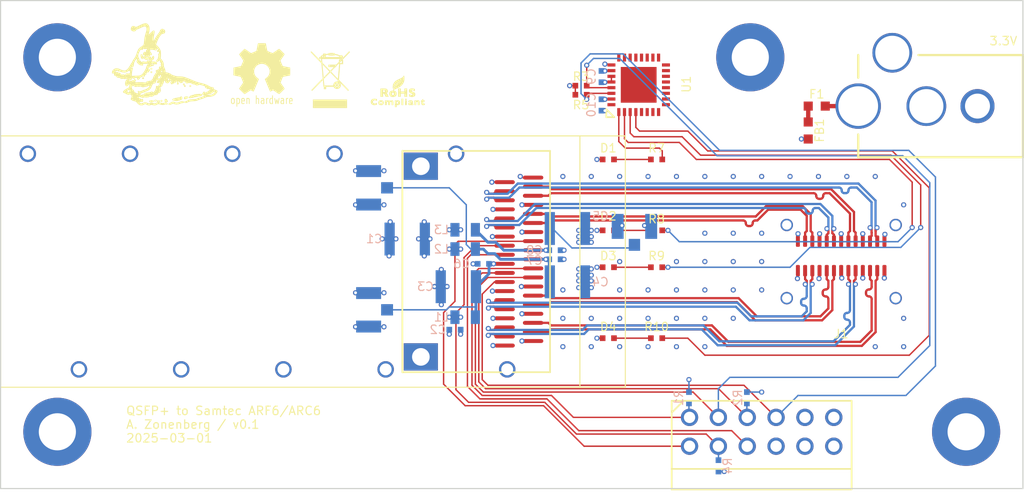
<source format=kicad_pcb>
(kicad_pcb (version 20240108) (generator "pcbnew") (generator_version "8.0")
  (layers (0 "F.Cu" signal) (1 "In1.Cu" signal) (2 "In2.Cu" signal) (31 "B.Cu" signal) (34 "B.Paste" user) (35 "F.Paste" user) (36 "B.SilkS" user "B.Silkscreen") (37 "F.SilkS" user "F.Silkscreen") (38 "B.Mask" user) (39 "F.Mask" user) (44 "Edge.Cuts" user))
  (net 0 "")
  (net 1 "/3V3")
  (net 2 "/GND")
  (net 3 "/QSFP_VCCRX")
  (net 4 "/QSFP_VCCTX")
  (net 5 "/QSFP_VCC1")
  (net 6 "Net-(J4-PWR)")
  (net 7 "Net-(F1-Pad2)")
  (net 8 "/QSFP28A_RX4_N")
  (net 9 "/QSFP28A_TX2_P")
  (net 10 "/QSFP28A_RX3_P")
  (net 11 "/QSFP28A_RX2_N")
  (net 12 "/QSFP28A_RX3_N")
  (net 13 "/QSFP28A_TX4_N")
  (net 14 "/QSFP28A_TX1_P")
  (net 15 "/QSFP28A_RX2_P")
  (net 16 "/QSFP28A_TX2_N")
  (net 17 "/QSFP28A_TX3_P")
  (net 18 "/QSFP28A_RX4_P")
  (net 19 "/QSFP28A_RX1_N")
  (net 20 "/QSFP28A_RX1_P")
  (net 21 "/QSFP28A_TX3_N")
  (net 22 "/QSFP28A_TX1_N")
  (net 23 "/QSFP28A_TX4_P")
  (net 24 "/QSFP_LP_MODE")
  (net 25 "/QSFP_MODPRS_N")
  (net 26 "/QSFP_RST_N")
  (net 27 "/QSFP_MODSEL_N")
  (net 28 "/I2C_SCL")
  (net 29 "/I2C_SDA")
  (net 30 "/QSFP_INT_N")
  (net 39 "Net-(D1-A)")
  (net 40 "Net-(D2-A)")
  (net 41 "Net-(D3-A)")
  (net 42 "Net-(D4-A)")
  (net 43 "/LED0_P")
  (net 44 "/LED1_P")
  (net 45 "/LED2_P")
  (net 46 "/LED3_P")
  (footprint "azonenberg_pcb:CONN_ZQSFP+_TE_1551920-2" (layer "F.Cu") (at 85 65 -90)
    (property "Reference" "J2" (hide yes))
    (property "Value" "CONN_QSFP_HOST" (hide yes))
  )
  (footprint "azonenberg_pcb:EIA_0402_RES_NOSILK" (layer "F.Cu") (at 105.75 65.5 180)
    (property "Reference" "R9")
    (property "Value" "33K" (hide yes))
  )
  (footprint "azonenberg_pcb:EIA_0603_INDUCTOR_NOSILK" (layer "F.Cu") (at 119.1 53.45 90)
    (property "Reference" "FB1")
    (property "Value" "MI0603J601R-10" (hide yes))
  )
  (footprint "azonenberg_pcb:MECHANICAL_CLEARANCEHOLE_4_40" (layer "F.Cu") (at 53 80)
    (property "Reference" "M4" (hide yes))
    (property "Value" "SCREWHOLE" (hide yes))
  )
  (footprint "azonenberg_pcb:EIA_0402_LED" (layer "F.Cu") (at 101.5 71.75)
    (property "Reference" "D4")
    (property "Value" "GREEN" (hide yes))
  )
  (footprint "azonenberg_pcb:MECHANICAL_CLEARANCEHOLE_4_40" (layer "F.Cu") (at 53 47)
    (property "Reference" "M1" (hide yes))
    (property "Value" "SCREWHOLE" (hide yes))
  )
  (footprint "azonenberg_pcb:EIA_0402_RES_NOSILK" (layer "F.Cu") (at 105.75 56 180)
    (property "Reference" "R7")
    (property "Value" "33K" (hide yes))
  )
  (footprint "azonenberg_pcb:MECHANICAL_CLEARANCEHOLE_4_40" (layer "F.Cu") (at 133 80)
    (property "Reference" "M3" (hide yes))
    (property "Value" "SCREWHOLE" (hide yes))
  )
  (footprint "azonenberg_pcb:CONN_HEADER_2.54MM_2x6_RA_PMOD_MODULE" (layer "F.Cu") (at 115 80)
    (property "Reference" "J5" (hide yes))
    (property "Value" "PMOD_DEVICE" (hide yes))
  )
  (footprint "azonenberg_pcb:EIA_0402_RES_NOSILK" (layer "F.Cu") (at 105.75 71.75 180)
    (property "Reference" "R10")
    (property "Value" "33K" (hide yes))
  )
  (footprint "w_logo:Logo_silk_WEEE_3.4x5mm" (layer "F.Cu") (at 77 49)
    (property "Reference" "M8" (hide yes))
    (property "Value" "LOGO" (hide yes))
  )
  (footprint "azonenberg_pcb:EIA_0402_RES_NOSILK" (layer "F.Cu") (at 99.1 49.5 180)
    (property "Reference" "R3")
    (property "Value" "4.7K" (hide yes))
  )
  (footprint "azonenberg_pcb:EIA_0402_LED" (layer "F.Cu") (at 101.5 65.5)
    (property "Reference" "D3")
    (property "Value" "GREEN" (hide yes))
  )
  (footprint "azonenberg_pcb:CONN_SAMTEC_ARF6-08-S-D-A-K-TR" (layer "F.Cu") (at 122 64.5)
    (property "Reference" "J1")
    (property "Value" "ARF6-08-S-D-A-K-TR" (hide yes))
  )
  (footprint "azonenberg_pcb:QFN_32_0.5MM_5x5MM" (layer "F.Cu") (at 104.175 49.425 90)
    (property "Reference" "U1")
    (property "Value" "TCA6424A" (hide yes))
  )
  (footprint "azonenberg_pcb:LONGTHING-1200DPI" (layer "F.Cu") (at 63 48)
    (property "Reference" "M5" (hide yes))
    (property "Value" "LOGO" (hide yes))
  )
  (footprint "azonenberg_pcb:EIA_0402_LED" (layer "F.Cu") (at 101.5 56)
    (property "Reference" "D1")
    (property "Value" "GREEN" (hide yes))
  )
  (footprint "azonenberg_pcb:EIA_0603_CAP_NOSILK" (layer "F.Cu") (at 119.85 51.3 180)
    (property "Reference" "F1")
    (property "Value" "2A" (hide yes))
  )
  (footprint "azonenberg_pcb:EIA_0402_RES_NOSILK" (layer "F.Cu") (at 105.75 62.25 180)
    (property "Reference" "R8")
    (property "Value" "33K" (hide yes))
  )
  (footprint "azonenberg_pcb:MECHANICAL_CLEARANCEHOLE_4_40" (layer "F.Cu") (at 114 47)
    (property "Reference" "M2" (hide yes))
    (property "Value" "SCREWHOLE" (hide yes))
  )
  (footprint "azonenberg_pcb:EIA_0402_LED" (layer "F.Cu") (at 101.5 62.25)
    (property "Reference" "D2")
    (property "Value" "GREEN" (hide yes))
  )
  (footprint "azonenberg_pcb:EIA_0402_RES_NOSILK" (layer "F.Cu") (at 99.1 50.3 180)
    (property "Reference" "R5")
    (property "Value" "4.7K" (hide yes))
  )
  (footprint "azonenberg_pcb:CONN_ZQSFP+_CAGE_TE_4-2170705-5" (layer "F.Cu") (at 85 65 -90)
    (property "Reference" "J3" (hide yes))
    (property "Value" "QSFP_CAGE" (hide yes))
  )
  (footprint "w_logo:Logo_silk_ROHS_5x2.8mm" (layer "F.Cu") (at 83 50)
    (property "Reference" "M6" (hide yes))
    (property "Value" "LOGO" (hide yes))
  )
  (footprint "w_logo:Logo_silk_OSHW_6x6mm" (layer "F.Cu") (at 71 48)
    (property "Reference" "M7" (hide yes))
    (property "Value" "LOGO" (hide yes))
  )
  (footprint "azonenberg_pcb:CONN_CUI_PJ-058BH_HIPWR_BARREL_NOSLOT" (layer "F.Cu") (at 129.999999 51.3 180)
    (property "Reference" "J4" (hide yes))
    (property "Value" "BARREL_JACK" (hide yes))
  )
  (footprint "azonenberg_pcb:EIA_0402_CAP_NOSILK" (layer "B.Cu") (at 96.8 64)
    (property "Reference" "C8")
    (property "Value" "0.1 uF" (hide yes))
  )
  (footprint "azonenberg_pcb:EIA_0402_CAP_NOSILK" (layer "B.Cu") (at 96.8 64.8)
    (property "Reference" "C7")
    (property "Value" "0.1 uF" (hide yes))
  )
  (footprint "azonenberg_pcb:EIA_0402_CAP_NOSILK" (layer "B.Cu") (at 100.9 48.7 90)
    (property "Reference" "C9")
    (property "Value" "0.47 uF" (hide yes))
  )
  (footprint "azonenberg_pcb:EIA_1210_CAP_NOSILK" (layer "B.Cu") (at 88.3 67.2 180)
    (property "Reference" "C3")
    (property "Value" "22 uF" (hide yes))
  )
  (footprint "azonenberg_pcb:EIA_0805_INDUCTOR_NOSILK" (layer "B.Cu") (at 88.9 63.9 180)
    (property "Reference" "L2")
    (property "Value" "1 uH" (hide yes))
  )
  (footprint "azonenberg_pcb:EIA_0805_INDUCTOR_NOSILK" (layer "B.Cu") (at 88.9 69.9 180)
    (property "Reference" "L1")
    (property "Value" "1 uH" (hide yes))
  )
  (footprint "azonenberg_pcb:EIA_0805_INDUCTOR_NOSILK" (layer "B.Cu") (at 88.9 62.2 180)
    (property "Reference" "L3")
    (property "Value" "1 uH" (hide yes))
  )
  (footprint "azonenberg_pcb:CONN_U.FL_TE_1909763-1" (layer "B.Cu") (at 80.5 69.25 -90)
    (property "Reference" "TP1" (hide yes))
    (property "Value" "U.FL" (hide yes))
  )
  (footprint "azonenberg_pcb:CONN_U.FL_TE_1909763-1" (layer "B.Cu") (at 80.5 58.5 -90)
    (property "Reference" "TP2" (hide yes))
    (property "Value" "U.FL" (hide yes))
  )
  (footprint "azonenberg_pcb:EIA_0402_RES_NOSILK" (layer "B.Cu") (at 113.7 77 90)
    (property "Reference" "R2")
    (property "Value" "10K" (hide yes))
  )
  (footprint "azonenberg_pcb:EIA_0402_RES_NOSILK" (layer "B.Cu") (at 111.2 83 -90)
    (property "Reference" "R4")
    (property "Value" "10K" (hide yes))
  )
  (footprint "azonenberg_pcb:EIA_0402_CAP_NOSILK" (layer "B.Cu") (at 100.9 51.2 -90)
    (property "Reference" "C10")
    (property "Value" "0.47 uF" (hide yes))
  )
  (footprint "azonenberg_pcb:EIA_0402_RES_NOSILK" (layer "B.Cu") (at 108.6 77 90)
    (property "Reference" "R1")
    (property "Value" "10K" (hide yes))
  )
  (footprint "azonenberg_pcb:EIA_1210_CAP_NOSILK" (layer "B.Cu") (at 83.8 63 180)
    (property "Reference" "C1")
    (property "Value" "22 uF" (hide yes))
  )
  (footprint "azonenberg_pcb:EIA_0402_CAP_NOSILK" (layer "B.Cu") (at 90.499999 65.2 180)
    (property "Reference" "C6")
    (property "Value" "0.1 uF" (hide yes))
  )
  (footprint "azonenberg_pcb:CONN_U.FL_TE_1909763-1" (layer "B.Cu") (at 103.8 62 180)
    (property "Reference" "TP3" (hide yes))
    (property "Value" "U.FL" (hide yes))
  )
  (footprint "azonenberg_pcb:EIA_1210_CAP_NOSILK" (layer "B.Cu") (at 97.9 62.1)
    (property "Reference" "C5")
    (property "Value" "22 uF" (hide yes))
  )
  (footprint "azonenberg_pcb:EIA_0402_CAP_NOSILK" (layer "B.Cu") (at 88 71 180)
    (property "Reference" "C2")
    (property "Value" "0.1 uF" (hide yes))
  )
  (footprint "azonenberg_pcb:EIA_1210_CAP_NOSILK" (layer "B.Cu") (at 97.9 66.8)
    (property "Reference" "C4")
    (property "Value" "22 uF" (hide yes))
  )
  (gr_line (start 48 42) (end 48 85) (stroke (width 0.1)) (layer "Edge.Cuts"))
  (gr_line (start 138 42) (end 48 42) (stroke (width 0.1)) (layer "Edge.Cuts"))
  (gr_line (start 48 85) (end 138 85) (stroke (width 0.1)) (layer "Edge.Cuts"))
  (gr_line (start 138 85) (end 138 42) (stroke (width 0.1)) (layer "Edge.Cuts"))
  (gr_text "3.3V" (at 135 46 0) (layer "F.SilkS") (effects (font (size 0.75 0.75) (thickness 0.1)) (justify left bottom)))
  (gr_text "QSFP+ to Samtec ARF6/ARC6\nA. Zonenberg / v0.1\n2025-03-01" (at 59 81 0) (layer "F.SilkS") (effects (font (size 0.75 0.75) (thickness 0.1)) (justify left bottom)))
  (segment (start 101.775 49.175) (end 101.225 49.175) (width 0.125) (layer "F.Cu") (net 1))
  (segment (start 101.775 48.675) (end 101.775 49.175) (width 0.125) (layer "F.Cu") (net 1))
  (segment (start 98.600001 49.5) (end 98.1 49.5) (width 0.125) (layer "F.Cu") (net 1))
  (segment (start 119.1 54.2) (end 118.5 54.2) (width 0.125) (layer "F.Cu") (net 1))
  (segment (start 98.600001 50.3) (end 98.600001 49.5) (width 0.125) (layer "F.Cu") (net 1))
  (segment (start 101.2 50.7) (end 101.75 50.7) (width 0.125) (layer "F.Cu") (net 1))
  (segment (start 101.225 49.175) (end 101.2 49.2) (width 0.125) (layer "F.Cu") (net 1))
  (via (at 84.8 63) (size 0.45) (drill 0.25) (layers "F.Cu" "B.Cu") (net 1))
  (via (at 87.5 69.9) (size 0.45) (drill 0.25) (layers "F.Cu" "B.Cu") (net 1))
  (via (at 85.3 61.5) (size 0.45) (drill 0.25) (layers "F.Cu" "B.Cu") (net 1))
  (via (at 88.5 63.9) (size 0.45) (drill 0.25) (layers "F.Cu" "B.Cu") (net 1))
  (via (at 87.5 63.9) (size 0.45) (drill 0.25) (layers "F.Cu" "B.Cu") (net 1))
  (via (at 101.2 49.2) (size 0.45) (drill 0.25) (layers "F.Cu" "B.Cu") (net 1))
  (via (at 88.5 69.9) (size 0.45) (drill 0.25) (layers "F.Cu" "B.Cu") (net 1))
  (via (at 111.7 83.5) (size 0.45) (drill 0.25) (layers "F.Cu" "B.Cu") (net 1))
  (via (at 115 76.5) (size 0.45) (drill 0.25) (layers "F.Cu" "B.Cu") (net 1))
  (via (at 88.5 62.2) (size 0.45) (drill 0.25) (layers "F.Cu" "B.Cu") (net 1))
  (via (at 87.5 62.2) (size 0.45) (drill 0.25) (layers "F.Cu" "B.Cu") (net 1))
  (via (at 108.6 75.4) (size 0.45) (drill 0.25) (layers "F.Cu" "B.Cu") (net 1))
  (via (at 88.5 71.4) (size 0.45) (drill 0.25) (layers "F.Cu" "B.Cu") (net 1))
  (via (at 85.3 64.5) (size 0.45) (drill 0.25) (layers "F.Cu" "B.Cu") (net 1))
  (via (at 98.1 49.5) (size 0.45) (drill 0.25) (layers "F.Cu" "B.Cu") (net 1))
  (via (at 101.2 50.7) (size 0.45) (drill 0.25) (layers "F.Cu" "B.Cu") (net 1))
  (via (at 85.8 63) (size 0.45) (drill 0.25) (layers "F.Cu" "B.Cu") (net 1))
  (via (at 118.5 54.2) (size 0.45) (drill 0.25) (layers "F.Cu" "B.Cu") (net 1))
  (segment (start 114.999999 76.500001) (end 115 76.5) (width 0.125) (layer "B.Cu") (net 1))
  (segment (start 88 69.9) (end 87.5 69.9) (width 0.125) (layer "B.Cu") (net 1))
  (segment (start 85.35 61.55) (end 85.3 61.5) (width 0.125) (layer "B.Cu") (net 1))
  (segment (start 85.35 64.45) (end 85.3 64.5) (width 0.125) (layer "B.Cu") (net 1))
  (segment (start 88.5 69.9) (end 88 69.9) (width 0.125) (layer "B.Cu") (net 1))
  (segment (start 108.6 76.500001) (end 108.6 75.4) (width 0.125) (layer "B.Cu") (net 1))
  (segment (start 88 62.2) (end 87.5 62.2) (width 0.125) (layer "B.Cu") (net 1))
  (segment (start 88.5 71) (end 88.5 71.4) (width 0.125) (layer "B.Cu") (net 1))
  (segment (start 85.35 63.01493) (end 85.35 61.55) (width 0.125) (layer "B.Cu") (net 1))
  (segment (start 87.5 63.9) (end 88 63.9) (width 0.125) (layer "B.Cu") (net 1))
  (segment (start 88 63.9) (end 88.5 63.9) (width 0.125) (layer "B.Cu") (net 1))
  (segment (start 85.35 63.01493) (end 84.81493 63.01493) (width 0.125) (layer "B.Cu") (net 1))
  (segment (start 111.7 83.5) (end 111.200001 83.5) (width 0.125) (layer "B.Cu") (net 1))
  (segment (start 84.81493 63.01493) (end 84.8 63) (width 0.125) (layer "B.Cu") (net 1))
  (segment (start 85.35 63.01493) (end 85.78507 63.01493) (width 0.125) (layer "B.Cu") (net 1))
  (segment (start 88 62.2) (end 88.5 62.2) (width 0.125) (layer "B.Cu") (net 1))
  (segment (start 113.7 76.500001) (end 114.999999 76.500001) (width 0.125) (layer "B.Cu") (net 1))
  (segment (start 85.35 63.01493) (end 85.35 64.45) (width 0.125) (layer "B.Cu") (net 1))
  (segment (start 85.78507 63.01493) (end 85.8 63) (width 0.125) (layer "B.Cu") (net 1))
  (segment (start 91.300001 67.600001) (end 91.3 67.6) (width 0.125) (layer "F.Cu") (net 2))
  (segment (start 93.9 72) (end 94.879999 72) (width 0.125) (layer "F.Cu") (net 2))
  (segment (start 101 71.75) (end 100.5 71.75) (width 0.125) (layer "F.Cu") (net 2))
  (segment (start 123.905 63.2) (end 123.905 62.555) (width 0.125) (layer "F.Cu") (net 2))
  (segment (start 125.81 66.44) (end 125.8 66.45) (width 0.125) (layer "F.Cu") (net 2))
  (segment (start 120.095 66.455) (end 120.05 66.5) (width 0.125) (layer "F.Cu") (net 2))
  (segment (start 118.2 62.55) (end 118.2 63.19) (width 0.125) (layer "F.Cu") (net 2))
  (segment (start 92.37 60.4) (end 91.35 60.4) (width 0.125) (layer "F.Cu") (net 2))
  (segment (start 94.88 62.399999) (end 93.900001 62.399999) (width 0.125) (layer "F.Cu") (net 2))
  (segment (start 92.37 70) (end 91.35 70) (width 0.125) (layer "F.Cu") (net 2))
  (segment (start 125.81 63.2) (end 125.81 62.64) (width 0.125) (layer "F.Cu") (net 2))
  (segment (start 94.88 67.2) (end 93.85 67.2) (width 0.125) (layer "F.Cu") (net 2))
  (segment (start 93.85 57.6) (end 93.75 57.5) (width 0.125) (layer "F.Cu") (net 2))
  (segment (start 91.35 72.4) (end 92.37 72.4) (width 0.125) (layer "F.Cu") (net 2))
  (segment (start 125.81 62.64) (end 125.85 62.6) (width 0.125) (layer "F.Cu") (net 2))
  (segment (start 101.2 47.6) (end 101.7 47.6) (width 0.125) (layer "F.Cu") (net 2))
  (segment (start 101 62.25) (end 100.5 62.25) (width 0.125) (layer "F.Cu") (net 2))
  (segment (start 123.905 65.8) (end 123.905 66.445) (width 0.125) (layer "F.Cu") (net 2))
  (segment (start 94.88 69.6) (end 93.9 69.6) (width 0.125) (layer "F.Cu") (net 2))
  (segment (start 94.88 60) (end 93.9 60) (width 0.125) (layer "F.Cu") (net 2))
  (segment (start 101 65.5) (end 100.5 65.5) (width 0.125) (layer "F.Cu") (net 2))
  (segment (start 101.775 48.175) (end 101.225 48.175) (width 0.125) (layer "F.Cu") (net 2))
  (segment (start 93.900001 62.399999) (end 93.9 62.4) (width 0.125) (layer "F.Cu") (net 2))
  (segment (start 123.905 66.445) (end 123.9 66.45) (width 0.125) (layer "F.Cu") (net 2))
  (segment (start 123.905 62.555) (end 123.9 62.55) (width 0.125) (layer "F.Cu") (net 2))
  (segment (start 101 56) (end 100.5 56) (width 0.125) (layer "F.Cu") (net 2))
  (segment (start 92.37 62.8) (end 91.3 62.8) (width 0.125) (layer "F.Cu") (net 2))
  (segment (start 120.1 62.55) (end 120.1 63.195) (width 0.125) (layer "F.Cu") (net 2))
  (segment (start 122 66.4) (end 122.05 66.45) (width 0.125) (layer "F.Cu") (net 2))
  (segment (start 125.81 65.8) (end 125.81 66.44) (width 0.125) (layer "F.Cu") (net 2))
  (segment (start 118.19 65.8) (end 118.19 66.46) (width 0.125) (layer "F.Cu") (net 2))
  (segment (start 101.225 48.175) (end 101.2 48.2) (width 0.125) (layer "F.Cu") (net 2))
  (segment (start 94.88 57.6) (end 93.85 57.6) (width 0.125) (layer "F.Cu") (net 2))
  (segment (start 122 65.8) (end 122 66.4) (width 0.125) (layer "F.Cu") (net 2))
  (segment (start 118.19 66.46) (end 118.15 66.5) (width 0.125) (layer "F.Cu") (net 2))
  (segment (start 92.37 58.000001) (end 91.250001 58.000001) (width 0.125) (layer "F.Cu") (net 2))
  (segment (start 92.37 67.600001) (end 91.300001 67.600001) (width 0.125) (layer "F.Cu") (net 2))
  (segment (start 122 62.55) (end 122 63.2) (width 0.125) (layer "F.Cu") (net 2))
  (segment (start 120.095 65.8) (end 120.095 66.455) (width 0.125) (layer "F.Cu") (net 2))
  (segment (start 91.250001 58.000001) (end 91.25 58) (width 0.125) (layer "F.Cu") (net 2))
  (via (at 127.5 60) (size 0.45) (drill 0.25) (layers "F.Cu" "B.Cu") (net 2))
  (via (at 125.8 66.45) (size 0.45) (drill 0.25) (layers "F.Cu" "B.Cu") (net 2))
  (via (at 123.9 62.55) (size 0.45) (drill 0.25) (layers "F.Cu" "B.Cu") (net 2))
  (via (at 115 67.5) (size 0.45) (drill 0.25) (layers "F.Cu" "B.Cu") (net 2))
  (via (at 100 72.5) (size 0.45) (drill 0.25) (layers "F.Cu" "B.Cu") (net 2))
  (via (at 105 67.5) (size 0.45) (drill 0.25) (layers "F.Cu" "B.Cu") (net 2))
  (via (at 91.3 62.8) (size 0.45) (drill 0.25) (layers "F.Cu" "B.Cu") (net 2))
  (via (at 98.9 63.3) (size 0.45) (drill 0.25) (layers "F.Cu" "B.Cu") (net 2))
  (via (at 86.8 65.7) (size 0.45) (drill 0.25) (layers "F.Cu" "B.Cu") (net 2))
  (via (at 81.75 57) (size 0.45) (drill 0.25) (layers "F.Cu" "B.Cu") (net 2))
  (via (at 110 65) (size 0.45) (drill 0.25) (layers "F.Cu" "B.Cu") (net 2))
  (via (at 102.5 67.5) (size 0.45) (drill 0.25) (layers "F.Cu" "B.Cu") (net 2))
  (via (at 98.9 67.3) (size 0.45) (drill 0.25) (layers "F.Cu" "B.Cu") (net 2))
  (via (at 98.9 66.2) (size 0.45) (drill 0.25) (layers "F.Cu" "B.Cu") (net 2))
  (via (at 79.25 57) (size 0.45) (drill 0.25) (layers "F.Cu" "B.Cu") (net 2))
  (via (at 120 57.5) (size 0.45) (drill 0.25) (layers "F.Cu" "B.Cu") (net 2))
  (via (at 100 66.7) (size 0.45) (drill 0.25) (layers "F.Cu" "B.Cu") (net 2))
  (via (at 110 67.5) (size 0.45) (drill 0.25) (layers "F.Cu" "B.Cu") (net 2))
  (via (at 89.6 65.2) (size 0.45) (drill 0.25) (layers "F.Cu" "B.Cu") (net 2))
  (via (at 93.9 62.4) (size 0.45) (drill 0.25) (layers "F.Cu" "B.Cu") (net 2))
  (via (at 125.85 62.6) (size 0.45) (drill 0.25) (layers "F.Cu" "B.Cu") (net 2))
  (via (at 81.75 60) (size 0.45) (drill 0.25) (layers "F.Cu" "B.Cu") (net 2))
  (via (at 93.9 72) (size 0.45) (drill 0.25) (layers "F.Cu" "B.Cu") (net 2))
  (via (at 112.5 67.5) (size 0.45) (drill 0.25) (layers "F.Cu" "B.Cu") (net 2))
  (via (at 100 65.65) (size 0.45) (drill 0.25) (layers "F.Cu" "B.Cu") (net 2))
  (via (at 98.9 65.65) (size 0.45) (drill 0.25) (layers "F.Cu" "B.Cu") (net 2))
  (via (at 105 57.5) (size 0.45) (drill 0.25) (layers "F.Cu" "B.Cu") (net 2))
  (via (at 115 57.5) (size 0.45) (drill 0.25) (layers "F.Cu" "B.Cu") (net 2))
  (via (at 97.5 57.5) (size 0.45) (drill 0.25) (layers "F.Cu" "B.Cu") (net 2))
  (via (at 102.5 65) (size 0.45) (drill 0.25) (layers "F.Cu" "B.Cu") (net 2))
  (via (at 115 62.5) (size 0.45) (drill 0.25) (layers "F.Cu" "B.Cu") (net 2))
  (via (at 100 70) (size 0.45) (drill 0.25) (layers "F.Cu" "B.Cu") (net 2))
  (via (at 125 72.5) (size 0.45) (drill 0.25) (layers "F.Cu" "B.Cu") (net 2))
  (via (at 127.5 72.5) (size 0.45) (drill 0.25) (layers "F.Cu" "B.Cu") (net 2))
  (via (at 97.5 70) (size 0.45) (drill 0.25) (layers "F.Cu" "B.Cu") (net 2))
  (via (at 100 62.25) (size 0.45) (drill 0.25) (layers "F.Cu" "B.Cu") (net 2))
  (via (at 122 62.55) (size 0.45) (drill 0.25) (layers "F.Cu" "B.Cu") (net 2))
  (via (at 97.5 67.5) (size 0.45) (drill 0.25) (layers "F.Cu" "B.Cu") (net 2))
  (via (at 100 63.3) (size 0.45) (drill 0.25) (layers "F.Cu" "B.Cu") (net 2))
  (via (at 87.3 67.2) (size 0.45) (drill 0.25) (layers "F.Cu" "B.Cu") (net 2))
  (via (at 87.5 71.4) (size 0.45) (drill 0.25) (layers "F.Cu" "B.Cu") (net 2))
  (via (at 93.9 69.6) (size 0.45) (drill 0.25) (layers "F.Cu" "B.Cu") (net 2))
  (via (at 107.5 67.5) (size 0.45) (drill 0.25) (layers "F.Cu" "B.Cu") (net 2))
  (via (at 79.25 60) (size 0.45) (drill 0.25) (layers "F.Cu" "B.Cu") (net 2))
  (via (at 97.5 72.5) (size 0.45) (drill 0.25) (layers "F.Cu" "B.Cu") (net 2))
  (via (at 102.5 57.5) (size 0.45) (drill 0.25) (layers "F.Cu" "B.Cu") (net 2))
  (via (at 112.5 62.5) (size 0.45) (drill 0.25) (layers "F.Cu" "B.Cu") (net 2))
  (via (at 91.25 58) (size 0.45) (drill 0.25) (layers "F.Cu" "B.Cu") (net 2))
  (via (at 102.5 70) (size 0.45) (drill 0.25) (layers "F.Cu" "B.Cu") (net 2))
  (via (at 91.35 70) (size 0.45) (drill 0.25) (layers "F.Cu" "B.Cu") (net 2))
  (via (at 127.5 70) (size 0.45) (drill 0.25) (layers "F.Cu" "B.Cu") (net 2))
  (via (at 107.5 70) (size 0.45) (drill 0.25) (layers "F.Cu" "B.Cu") (net 2))
  (via (at 101.2 47.6) (size 0.45) (drill 0.25) (layers "F.Cu" "B.Cu") (net 2))
  (via (at 110 70) (size 0.45) (drill 0.25) (layers "F.Cu" "B.Cu") (net 2))
  (via (at 79.25 67.75) (size 0.45) (drill 0.25) (layers "F.Cu" "B.Cu") (net 2))
  (via (at 79.25 70.75) (size 0.45) (drill 0.25) (layers "F.Cu" "B.Cu") (net 2))
  (via (at 120.1 62.55) (size 0.45) (drill 0.25) (layers "F.Cu" "B.Cu") (net 2))
  (via (at 98.9 62.8) (size 0.45) (drill 0.25) (layers "F.Cu" "B.Cu") (net 2))
  (via (at 82.8 63) (size 0.45) (drill 0.25) (layers "F.Cu" "B.Cu") (net 2))
  (via (at 93.85 67.2) (size 0.45) (drill 0.25) (layers "F.Cu" "B.Cu") (net 2))
  (via (at 100.5 71.75) (size 0.45) (drill 0.25) (layers "F.Cu" "B.Cu") (net 2))
  (via (at 86.8 68.8) (size 0.45) (drill 0.25) (layers "F.Cu" "B.Cu") (net 2))
  (via (at 125 57.5) (size 0.45) (drill 0.25) (layers "F.Cu" "B.Cu") (net 2))
  (via (at 110 72.5) (size 0.45) (drill 0.25) (layers "F.Cu" "B.Cu") (net 2))
  (via (at 81.75 67.75) (size 0.45) (drill 0.25) (layers "F.Cu" "B.Cu") (net 2))
  (via (at 110 62.5) (size 0.45) (drill 0.25) (layers "F.Cu" "B.Cu") (net 2))
  (via (at 100.5 62.25) (size 0.45) (drill 0.25) (layers "F.Cu" "B.Cu") (net 2))
  (via (at 81.6 63) (size 0.45) (drill 0.25) (layers "F.Cu" "B.Cu") (net 2))
  (via (at 100 62.8) (size 0.45) (drill 0.25) (layers "F.Cu" "B.Cu") (net 2))
  (via (at 82.3 61.5) (size 0.45) (drill 0.25) (layers "F.Cu" "B.Cu") (net 2))
  (via (at 86.2 67.2) (size 0.45) (drill 0.25) (layers "F.Cu" "B.Cu") (net 2))
  (via (at 112.5 57.5) (size 0.45) (drill 0.25) (layers "F.Cu" "B.Cu") (net 2))
  (via (at 100.5 65.5) (size 0.45) (drill 0.25) (layers "F.Cu" "B.Cu") (net 2))
  (via (at 91.35 60.4) (size 0.45) (drill 0.25) (layers "F.Cu" "B.Cu") (net 2))
  (via (at 101.2 48.2) (size 0.45) (drill 0.25) (layers "F.Cu" "B.Cu") (net 2))
  (via (at 122.05 66.45) (size 0.45) (drill 0.25) (layers "F.Cu" "B.Cu") (net 2))
  (via (at 101.2 51.7) (size 0.45) (drill 0.25) (layers "F.Cu" "B.Cu") (net 2))
  (via (at 93.75 57.5) (size 0.45) (drill 0.25) (layers "F.Cu" "B.Cu") (net 2))
  (via (at 105 70) (size 0.45) (drill 0.25) (layers "F.Cu" "B.Cu") (net 2))
  (via (at 81.75 70.75) (size 0.45) (drill 0.25) (layers "F.Cu" "B.Cu") (net 2))
  (via (at 100 57.5) (size 0.45) (drill 0.25) (layers "F.Cu" "B.Cu") (net 2))
  (via (at 120.05 66.5) (size 0.45) (drill 0.25) (layers "F.Cu" "B.Cu") (net 2))
  (via (at 118.2 62.55) (size 0.45) (drill 0.25) (layers "F.Cu" "B.Cu") (net 2))
  (via (at 112.5 70) (size 0.45) (drill 0.25) (layers "F.Cu" "B.Cu") (net 2))
  (via (at 97.6 64.8) (size 0.45) (drill 0.25) (layers "F.Cu" "B.Cu") (net 2))
  (via (at 110 57.5) (size 0.45) (drill 0.25) (layers "F.Cu" "B.Cu") (net 2))
  (via (at 123.9 66.45) (size 0.45) (drill 0.25) (layers "F.Cu" "B.Cu") (net 2))
  (via (at 100 67.3) (size 0.45) (drill 0.25) (layers "F.Cu" "B.Cu") (net 2))
  (via (at 91.3 67.6) (size 0.45) (drill 0.25) (layers "F.Cu" "B.Cu") (net 2))
  (via (at 118.15 66.5) (size 0.45) (drill 0.25) (layers "F.Cu" "B.Cu") (net 2))
  (via (at 105 72.5) (size 0.45) (drill 0.25) (layers "F.Cu" "B.Cu") (net 2))
  (via (at 104.696892 61.825) (size 0.45) (drill 0.25) (layers "F.Cu" "B.Cu") (net 2))
  (via (at 82.2 64.5) (size 0.45) (drill 0.25) (layers "F.Cu" "B.Cu") (net 2))
  (via (at 100.5 56) (size 0.45) (drill 0.25) (layers "F.Cu" "B.Cu") (net 2))
  (via (at 102.5 72.5) (size 0.45) (drill 0.25) (layers "F.Cu" "B.Cu") (net 2))
  (via (at 107.5 65) (size 0.45) (drill 0.25) (layers "F.Cu" "B.Cu") (net 2))
  (via (at 98.9 66.7) (size 0.45) (drill 0.25) (layers "F.Cu" "B.Cu") (net 2))
  (via (at 102.7 61.825) (size 0.45) (drill 0.25) (layers "F.Cu" "B.Cu") (net 2))
  (via (at 117.5 57.5) (size 0.45) (drill 0.25) (layers "F.Cu" "B.Cu") (net 2))
  (via (at 98.9 62.25) (size 0.45) (drill 0.25) (layers "F.Cu" "B.Cu") (net 2))
  (via (at 100 66.2) (size 0.45) (drill 0.25) (layers "F.Cu" "B.Cu") (net 2))
  (via (at 122.5 57.5) (size 0.45) (drill 0.25) (layers "F.Cu" "B.Cu") (net 2))
  (via (at 112.5 65) (size 0.45) (drill 0.25) (layers "F.Cu" "B.Cu") (net 2))
  (via (at 91.35 72.4) (size 0.45) (drill 0.25) (layers "F.Cu" "B.Cu") (net 2))
  (via (at 115 65) (size 0.45) (drill 0.25) (layers "F.Cu" "B.Cu") (net 2))
  (via (at 107.5 57.5) (size 0.45) (drill 0.25) (layers "F.Cu" "B.Cu") (net 2))
  (via (at 93.9 60) (size 0.45) (drill 0.25) (layers "F.Cu" "B.Cu") (net 2))
  (via (at 97.6 64) (size 0.45) (drill 0.25) (layers "F.Cu" "B.Cu") (net 2))
  (via (at 107.5 72.5) (size 0.45) (drill 0.25) (layers "F.Cu" "B.Cu") (net 2))
  (segment (start 99.835069 65.485069) (end 100 65.65) (width 0.125) (layer "B.Cu") (net 2))
  (segment (start 82.25 63.01493) (end 82.78507 63.01493) (width 0.125) (layer "B.Cu") (net 2))
  (segment (start 99.064931 62.085069) (end 98.9 62.25) (width 0.125) (layer "B.Cu") (net 2))
  (segment (start 81.725 70.725) (end 80.4 70.725) (width 0.125) (layer "B.Cu") (net 2))
  (segment (start 82.25 63.01493) (end 82.25 61.55) (width 0.125) (layer "B.Cu") (net 2))
  (segment (start 86.75 67.21493) (end 86.21493 67.21493) (width 0.125) (layer "B.Cu") (net 2))
  (segment (start 87.5 71) (end 87.5 71.4) (width 0.125) (layer "B.Cu") (net 2))
  (segment (start 86.8 65.7) (end 86.8 67.16493) (width 0.125) (layer "B.Cu") (net 2))
  (segment (start 86.8 68.8) (end 86.8 67.26493) (width 0.125) (layer "B.Cu") (net 2))
  (segment (start 86.21493 67.21493) (end 86.2 67.2) (width 0.125) (layer "B.Cu") (net 2))
  (segment (start 99.064931 65.485069) (end 98.9 65.65) (width 0.125) (layer "B.Cu") (net 2))
  (segment (start 80.4 70.725) (end 79.275 70.725) (width 0.125) (layer "B.Cu") (net 2))
  (segment (start 79.275 70.725) (end 79.25 70.75) (width 0.125) (layer "B.Cu") (net 2))
  (segment (start 82.25 63.01493) (end 81.61493 63.01493) (width 0.125) (layer "B.Cu") (net 2))
  (segment (start 79.275 57.025) (end 79.25 57) (width 0.125) (layer "B.Cu") (net 2))
  (segment (start 100.9 51.699999) (end 101.199999 51.699999) (width 0.125) (layer "B.Cu") (net 2))
  (segment (start 81.725 59.975) (end 80.4 59.975) (width 0.125) (layer "B.Cu") (net 2))
  (segment (start 80.4 67.775) (end 79.275 67.775) (width 0.125) (layer "B.Cu") (net 2))
  (segment (start 97.299999 64.8) (end 97.6 64.8) (width 0.125) (layer "B.Cu") (net 2))
  (segment (start 80.4 57.025) (end 79.275 57.025) (width 0.125) (layer "B.Cu") (net 2))
  (segment (start 80.4 59.975) (end 79.275 59.975) (width 0.125) (layer "B.Cu") (net 2))
  (segment (start 81.75 70.75) (end 81.725 70.725) (width 0.125) (layer "B.Cu") (net 2))
  (segment (start 101.199999 51.699999) (end 101.2 51.7) (width 0.125) (layer "B.Cu") (net 2))
  (segment (start 80.4 67.775) (end 81.725 67.775) (width 0.125) (layer "B.Cu") (net 2))
  (segment (start 97.299999 64) (end 97.6 64) (width 0.125) (layer "B.Cu") (net 2))
  (segment (start 82.25 63.01493) (end 82.25 64.45) (width 0.125) (layer "B.Cu") (net 2))
  (segment (start 81.725 57.025) (end 81.75 57) (width 0.125) (layer "B.Cu") (net 2))
  (segment (start 99.45 62.25) (end 98.9 62.8) (width 0.125) (layer "B.Cu") (net 2))
  (segment (start 81.61493 63.01493) (end 81.6 63) (width 0.125) (layer "B.Cu") (net 2))
  (segment (start 82.25 64.45) (end 82.2 64.5) (width 0.125) (layer "B.Cu") (net 2))
  (segment (start 90 65.2) (end 89.6 65.2) (width 0.125) (layer "B.Cu") (net 2))
  (segment (start 87.3 67.2) (end 86.76493 67.2) (width 0.125) (layer "B.Cu") (net 2))
  (segment (start 82.78507 63.01493) (end 82.8 63) (width 0.125) (layer "B.Cu") (net 2))
  (segment (start 79.275 59.975) (end 79.25 60) (width 0.125) (layer "B.Cu") (net 2))
  (segment (start 99.835069 62.085069) (end 100 62.25) (width 0.125) (layer "B.Cu") (net 2))
  (segment (start 82.25 61.55) (end 82.3 61.5) (width 0.125) (layer "B.Cu") (net 2))
  (segment (start 79.275 67.775) (end 79.25 67.75) (width 0.125) (layer "B.Cu") (net 2))
  (segment (start 105.275 61.9) (end 104.771892 61.9) (width 0.125) (layer "B.Cu") (net 2))
  (segment (start 81.725 67.775) (end 81.75 67.75) (width 0.125) (layer "B.Cu") (net 2))
  (segment (start 99.45 65.65) (end 98.9 66.2) (width 0.125) (layer "B.Cu") (net 2))
  (segment (start 80.4 57.025) (end 81.725 57.025) (width 0.125) (layer "B.Cu") (net 2))
  (segment (start 104.771892 61.9) (end 104.696892 61.825) (width 0.125) (layer "B.Cu") (net 2))
  (segment (start 81.75 60) (end 81.725 59.975) (width 0.125) (layer "B.Cu") (net 2))
  (segment (start 92.37 65.199999) (end 91.400001 65.199999) (width 0.125) (layer "F.Cu") (net 3))
  (segment (start 91.400001 65.199999) (end 91.4 65.2) (width 0.125) (layer "F.Cu") (net 3))
  (via (at 91.4 65.2) (size 0.45) (drill 0.25) (layers "F.Cu" "B.Cu") (net 3))
  (segment (start 89.85 69) (end 89.85 69.85) (width 0.25) (layer "B.Cu") (net 3))
  (segment (start 90.999998 66.064932) (end 89.85 67.21493) (width 0.25) (layer "B.Cu") (net 3))
  (segment (start 87.25 69.25) (end 87.5 69) (width 0.125) (layer "B.Cu") (net 3))
  (segment (start 89.85 67.21493) (end 89.85 69) (width 0.25) (layer "B.Cu") (net 3))
  (segment (start 87.5 69) (end 89.85 69) (width 0.125) (layer "B.Cu") (net 3))
  (segment (start 90.999998 65.2) (end 90.999998 66.064932) (width 0.25) (layer "B.Cu") (net 3))
  (segment (start 82.025 69.25) (end 87.25 69.25) (width 0.125) (layer "B.Cu") (net 3))
  (segment (start 95.999999 64.800001) (end 96 64.8) (width 0.125) (layer "F.Cu") (net 4))
  (segment (start 94.88 64.800001) (end 95.999999 64.800001) (width 0.125) (layer "F.Cu") (net 4))
  (via (at 96 64.8) (size 0.45) (drill 0.25) (layers "F.Cu" "B.Cu") (net 4))
  (segment (start 96.300001 64.8) (end 96 64.8) (width 0.125) (layer "B.Cu") (net 4))
  (segment (start 89 63.5) (end 89.4 63.9) (width 0.125) (layer "B.Cu") (net 4))
  (segment (start 82.025 58.5) (end 87.5 58.5) (width 0.125) (layer "B.Cu") (net 4))
  (segment (start 96 64.8) (end 92 64.8) (width 0.25) (layer "B.Cu") (net 4))
  (segment (start 87.5 58.5) (end 89 60) (width 0.125) (layer "B.Cu") (net 4))
  (segment (start 90.5 63.9) (end 89.8 63.9) (width 0.25) (layer "B.Cu") (net 4))
  (segment (start 91.5 64.3) (end 90.9 64.3) (width 0.25) (layer "B.Cu") (net 4))
  (segment (start 90.9 64.3) (end 90.5 63.9) (width 0.25) (layer "B.Cu") (net 4))
  (segment (start 89 60) (end 89 63.5) (width 0.125) (layer "B.Cu") (net 4))
  (segment (start 89.4 63.9) (end 89.8 63.9) (width 0.125) (layer "B.Cu") (net 4))
  (segment (start 96.300001 64.8) (end 96.300001 66.73507) (width 0.25) (layer "B.Cu") (net 4))
  (segment (start 92 64.8) (end 91.5 64.3) (width 0.25) (layer "B.Cu") (net 4))
  (segment (start 94.88 64) (end 96 64) (width 0.125) (layer "F.Cu") (net 5))
  (via (at 96 64) (size 0.45) (drill 0.25) (layers "F.Cu" "B.Cu") (net 5))
  (segment (start 90.9 63.3) (end 91.6 63.3) (width 0.25) (layer "B.Cu") (net 5))
  (segment (start 92.3 64) (end 91.6 63.3) (width 0.25) (layer "B.Cu") (net 5))
  (segment (start 98.3 63.8) (end 96.585069 62.085069) (width 0.125) (layer "B.Cu") (net 5))
  (segment (start 96 64) (end 92.3 64) (width 0.25) (layer "B.Cu") (net 5))
  (segment (start 96.300001 64) (end 96.300001 62.135068) (width 0.25) (layer "B.Cu") (net 5))
  (segment (start 96 64) (end 96.300001 64) (width 0.125) (layer "B.Cu") (net 5))
  (segment (start 89.8 62.2) (end 90.9 63.3) (width 0.25) (layer "B.Cu") (net 5))
  (segment (start 103.525 63.8) (end 98.3 63.8) (width 0.125) (layer "B.Cu") (net 5))
  (segment (start 120.6 51.3) (end 123.499999 51.3) (width 0.38) (layer "F.Cu") (net 6))
  (segment (start 119.1 51.3) (end 119.1 52.7) (width 0.38) (layer "F.Cu") (net 7))
  (segment (start 105.022488 70.975) (end 105.022489 70.975001) (width 0.2) (layer "F.Cu") (net 8))
  (segment (start 96.230001 71.2) (end 96.455001 70.975) (width 0.2) (layer "F.Cu") (net 8))
  (segment (start 125.0325 71.214988) (end 125.0325 66.692501) (width 0.2) (layer "F.Cu") (net 8))
  (segment (start 125.175 66.550001) (end 125.175 65.8) (width 0.2) (layer "F.Cu") (net 8))
  (segment (start 110.477513 70.975001) (end 111.927512 72.425) (width 0.2) (layer "F.Cu") (net 8))
  (segment (start 111.927512 72.425) (end 123.822488 72.425) (width 0.2) (layer "F.Cu") (net 8))
  (segment (start 125.0325 66.692501) (end 125.175 66.550001) (width 0.2) (layer "F.Cu") (net 8))
  (segment (start 94.88 71.2) (end 96.230001 71.2) (width 0.2) (layer "F.Cu") (net 8))
  (segment (start 96.455001 70.975) (end 105.022488 70.975) (width 0.2) (layer "F.Cu") (net 8))
  (segment (start 105.022489 70.975001) (end 110.477513 70.975001) (width 0.2) (layer "F.Cu") (net 8))
  (segment (start 123.822488 72.425) (end 125.0325 71.214988) (width 0.2) (layer "F.Cu") (net 8))
  (segment (start 120.75 62.1) (end 120.875 62.225) (width 0.2) (layer "F.Cu") (net 9))
  (segment (start 120.73 63.2) (end 120.73 62.645) (width 0.2) (layer "F.Cu") (net 9))
  (segment (start 91.645 62) (end 91.42 61.775) (width 0.2) (layer "F.Cu") (net 9))
  (segment (start 120.73 62.645) (end 120.875 62.5) (width 0.2) (layer "F.Cu") (net 9))
  (segment (start 90.917924 61.775) (end 90.792924 61.9) (width 0.2) (layer "F.Cu") (net 9))
  (segment (start 91.42 61.775) (end 90.917924 61.775) (width 0.2) (layer "F.Cu") (net 9))
  (segment (start 120.875 62.225) (end 120.875 62.5) (width 0.2) (layer "F.Cu") (net 9))
  (via (at 120.75 62.1) (size 0.45) (drill 0.25) (layers "F.Cu" "B.Cu") (net 9))
  (via (at 90.792924 61.9) (size 0.45) (drill 0.25) (layers "F.Cu" "B.Cu") (net 9))
  (segment (start 120.75 62.1) (end 120.875 61.975) (width 0.2) (layer "B.Cu") (net 9))
  (segment (start 120.875 61.975) (end 120.875 61.122488) (width 0.2) (layer "B.Cu") (net 9))
  (segment (start 118.894004 60.530958) (end 118.894004 60.515) (width 0.2) (layer "B.Cu") (net 9))
  (segment (start 95.172488 60.275) (end 118.654004 60.275) (width 0.2) (layer "B.Cu") (net 9))
  (segment (start 93.672488 61.775) (end 90.917924 61.775) (width 0.2) (layer "B.Cu") (net 9))
  (segment (start 119.254004 60.770958) (end 119.134004 60.770958) (width 0.2) (layer "B.Cu") (net 9))
  (segment (start 119.494004 60.515) (end 119.494004 60.530958) (width 0.2) (layer "B.Cu") (net 9))
  (segment (start 120.027512 60.275) (end 119.734004 60.275) (width 0.2) (layer "B.Cu") (net 9))
  (segment (start 120.875 61.122488) (end 120.027512 60.275) (width 0.2) (layer "B.Cu") (net 9))
  (segment (start 95.172488 60.275) (end 93.672488 61.775) (width 0.2) (layer "B.Cu") (net 9))
  (segment (start 90.917924 61.775) (end 90.792924 61.9) (width 0.2) (layer "B.Cu") (net 9))
  (arc (start 119.494004 60.530958) (mid 119.42371 60.700664) (end 119.254004 60.770958) (width 0.2) (layer "B.Cu") (net 9))
  (arc (start 119.734004 60.275) (mid 119.564298 60.345294) (end 119.494004 60.515) (width 0.2) (layer "B.Cu") (net 9))
  (arc (start 119.134004 60.770958) (mid 118.964298 60.700664) (end 118.894004 60.530958) (width 0.2) (layer "B.Cu") (net 9))
  (arc (start 118.894004 60.515) (mid 118.82371 60.345294) (end 118.654004 60.275) (width 0.2) (layer "B.Cu") (net 9))
  (segment (start 122.635 66.550001) (end 122.7775 66.692501) (width 0.2) (layer "F.Cu") (net 10))
  (segment (start 122.7775 66.692501) (end 122.7775 66.871561) (width 0.2) (layer "F.Cu") (net 10))
  (segment (start 122.635 65.8) (end 122.635 66.550001) (width 0.2) (layer "F.Cu") (net 10))
  (segment (start 91.42 71.025) (end 91.0625 71.025) (width 0.2) (layer "F.Cu") (net 10))
  (segment (start 91.0625 71.025) (end 90.9375 70.9) (width 0.2) (layer "F.Cu") (net 10))
  (segment (start 91.645 70.8) (end 91.42 71.025) (width 0.2) (layer "F.Cu") (net 10))
  (via (at 90.9375 70.9) (size 0.45) (drill 0.25) (layers "F.Cu" "B.Cu") (net 10))
  (via (at 122.65 67) (size 0.45) (drill 0.25) (layers "F.Cu" "B.Cu") (net 10))
  (segment (start 121.327512 72.025) (end 122.775 70.577512) (width 0.2) (layer "B.Cu") (net 10))
  (segment (start 91.0625 71.025) (end 99.227512 71.025) (width 0.2) (layer "B.Cu") (net 10))
  (segment (start 109.872488 70.625) (end 111.272488 72.025) (width 0.2) (layer "B.Cu") (net 10))
  (segment (start 122.775 67.125) (end 122.65 67) (width 0.2) (layer "B.Cu") (net 10))
  (segment (start 99.227512 71.025) (end 99.627512 70.625) (width 0.2) (layer "B.Cu") (net 10))
  (segment (start 122.51903 69.521392) (end 122.535 69.521392) (width 0.2) (layer "B.Cu") (net 10))
  (segment (start 111.272488 72.025) (end 121.327512 72.025) (width 0.2) (layer "B.Cu") (net 10))
  (segment (start 122.535 70.121392) (end 122.51903 70.121392) (width 0.2) (layer "B.Cu") (net 10))
  (segment (start 122.775 70.577512) (end 122.775 70.361392) (width 0.2) (layer "B.Cu") (net 10))
  (segment (start 122.27903 69.881392) (end 122.27903 69.761392) (width 0.2) (layer "B.Cu") (net 10))
  (segment (start 122.775 69.281392) (end 122.775 67.125) (width 0.2) (layer "B.Cu") (net 10))
  (segment (start 90.9375 70.9) (end 91.0625 71.025) (width 0.2) (layer "B.Cu") (net 10))
  (segment (start 99.627512 70.625) (end 109.872488 70.625) (width 0.2) (layer "B.Cu") (net 10))
  (arc (start 122.27903 69.761392) (mid 122.349324 69.591686) (end 122.51903 69.521392) (width 0.2) (layer "B.Cu") (net 10))
  (arc (start 122.535 69.521392) (mid 122.704706 69.451098) (end 122.775 69.281392) (width 0.2) (layer "B.Cu") (net 10))
  (arc (start 122.51903 70.121392) (mid 122.349324 70.051098) (end 122.27903 69.881392) (width 0.2) (layer "B.Cu") (net 10))
  (arc (start 122.775 70.361392) (mid 122.704706 70.191686) (end 122.535 70.121392) (width 0.2) (layer "B.Cu") (net 10))
  (segment (start 121.365 66.550001) (end 121.365 65.8) (width 0.2) (layer "F.Cu") (net 11))
  (segment (start 121.2225 66.692501) (end 121.365 66.550001) (width 0.2) (layer "F.Cu") (net 11))
  (segment (start 96.455001 68.575) (end 112.827512 68.575) (width 0.2) (layer "F.Cu") (net 11))
  (segment (start 120.322488 70.175) (end 121.2225 69.274988) (width 0.2) (layer "F.Cu") (net 11))
  (segment (start 114.427512 70.175) (end 120.322488 70.175) (width 0.2) (layer "F.Cu") (net 11))
  (segment (start 94.88 68.8) (end 96.230001 68.8) (width 0.2) (layer "F.Cu") (net 11))
  (segment (start 112.827512 68.575) (end 114.427512 70.175) (width 0.2) (layer "F.Cu") (net 11))
  (segment (start 121.2225 69.274988) (end 121.2225 66.692501) (width 0.2) (layer "F.Cu") (net 11))
  (segment (start 96.230001 68.8) (end 96.455001 68.575) (width 0.2) (layer "F.Cu") (net 11))
  (segment (start 123.1275 66.692501) (end 123.1275 66.871561) (width 0.2) (layer "F.Cu") (net 12))
  (segment (start 123.27 65.8) (end 123.27 66.550001) (width 0.2) (layer "F.Cu") (net 12))
  (segment (start 91.0625 71.375) (end 90.9375 71.5) (width 0.2) (layer "F.Cu") (net 12))
  (segment (start 91.42 71.375) (end 91.0625 71.375) (width 0.2) (layer "F.Cu") (net 12))
  (segment (start 91.645 71.6) (end 91.42 71.375) (width 0.2) (layer "F.Cu") (net 12))
  (segment (start 123.27 66.550001) (end 123.1275 66.692501) (width 0.2) (layer "F.Cu") (net 12))
  (via (at 90.9375 71.5) (size 0.45) (drill 0.25) (layers "F.Cu" "B.Cu") (net 12))
  (via (at 123.25 67) (size 0.45) (drill 0.25) (layers "F.Cu" "B.Cu") (net 12))
  (segment (start 111.127512 72.375) (end 121.472488 72.375) (width 0.2) (layer "B.Cu") (net 12))
  (segment (start 109.727512 70.975) (end 111.127512 72.375) (width 0.2) (layer "B.Cu") (net 12))
  (segment (start 90.9375 71.5) (end 91.0625 71.375) (width 0.2) (layer "B.Cu") (net 12))
  (segment (start 123.125 70.722488) (end 123.125 67.125) (width 0.2) (layer "B.Cu") (net 12))
  (segment (start 123.125 67.125) (end 123.25 67) (width 0.2) (layer "B.Cu") (net 12))
  (segment (start 91.0625 71.375) (end 99.372488 71.375) (width 0.2) (layer "B.Cu") (net 12))
  (segment (start 121.472488 72.375) (end 123.125 70.722488) (width 0.2) (layer "B.Cu") (net 12))
  (segment (start 99.772488 70.975) (end 109.727512 70.975) (width 0.2) (layer "B.Cu") (net 12))
  (segment (start 99.372488 71.375) (end 99.772488 70.975) (width 0.2) (layer "B.Cu") (net 12))
  (segment (start 125.175 62.875) (end 125.0325 62.7325) (width 0.2) (layer "F.Cu") (net 13))
  (segment (start 125.15 62.0125) (end 125.025 62.1375) (width 0.2) (layer "F.Cu") (net 13))
  (segment (start 91.645 58.8) (end 91.42 59.025) (width 0.2) (layer "F.Cu") (net 13))
  (segment (start 90.920756 59.025) (end 90.795756 58.9) (width 0.2) (layer "F.Cu") (net 13))
  (segment (start 91.42 59.025) (end 90.920756 59.025) (width 0.2) (layer "F.Cu") (net 13))
  (segment (start 125.0325 62.31365) (end 125.025 62.30615) (width 0.2) (layer "F.Cu") (net 13))
  (segment (start 125.0325 62.7325) (end 125.0325 62.31365) (width 0.2) (layer "F.Cu") (net 13))
  (segment (start 125.025 62.1375) (end 125.025 62.30615) (width 0.2) (layer "F.Cu") (net 13))
  (via (at 125.15 62.0125) (size 0.45) (drill 0.25) (layers "F.Cu" "B.Cu") (net 13))
  (via (at 90.795756 58.9) (size 0.45) (drill 0.25) (layers "F.Cu" "B.Cu") (net 13))
  (segment (start 93.527512 58.125) (end 92.627512 59.025) (width 0.2) (layer "B.Cu") (net 13))
  (segment (start 90.920756 59.025) (end 90.795756 58.9) (width 0.2) (layer "B.Cu") (net 13))
  (segment (start 123.522488 58.125) (end 93.527512 58.125) (width 0.2) (layer "B.Cu") (net 13))
  (segment (start 92.627512 59.025) (end 90.920756 59.025) (width 0.2) (layer "B.Cu") (net 13))
  (segment (start 125.025 61.8875) (end 125.025 59.627512) (width 0.2) (layer "B.Cu") (net 13))
  (segment (start 125.15 62.0125) (end 125.025 61.8875) (width 0.2) (layer "B.Cu") (net 13))
  (segment (start 125.025 59.627512) (end 123.522488 58.125) (width 0.2) (layer "B.Cu") (net 13))
  (segment (start 96.230001 61.6) (end 94.88 61.6) (width 0.2) (layer "F.Cu") (net 14))
  (segment (start 96.455001 61.375) (end 113.368847 61.375) (width 0.2) (layer "F.Cu") (net 14))
  (segment (start 118.427512 60.425) (end 115.572488 60.425) (width 0.2) (layer "F.Cu") (net 14))
  (segment (start 113.608847 61.630897) (end 113.608847 61.615) (width 0.2) (layer "F.Cu") (net 14))
  (segment (start 114.622488 61.375) (end 114.448847 61.375) (width 0.2) (layer "F.Cu") (net 14))
  (segment (start 115.572488 60.425) (end 114.622488 61.375) (width 0.2) (layer "F.Cu") (net 14))
  (segment (start 118.825 63.2) (end 118.825 62.449999) (width 0.2) (layer "F.Cu") (net 14))
  (segment (start 113.968847 61.870897) (end 113.848847 61.870897) (width 0.2) (layer "F.Cu") (net 14))
  (segment (start 118.825 62.449999) (end 118.9675 62.307499) (width 0.2) (layer "F.Cu") (net 14))
  (segment (start 118.9675 60.964988) (end 118.427512 60.425) (width 0.2) (layer "F.Cu") (net 14))
  (segment (start 118.9675 62.307499) (end 118.9675 60.964988) (width 0.2) (layer "F.Cu") (net 14))
  (segment (start 114.208847 61.615) (end 114.208847 61.630897) (width 0.2) (layer "F.Cu") (net 14))
  (segment (start 96.455001 61.375) (end 96.230001 61.6) (width 0.2) (layer "F.Cu") (net 14))
  (arc (start 113.848847 61.870897) (mid 113.679141 61.800603) (end 113.608847 61.630897) (width 0.2) (layer "F.Cu") (net 14))
  (arc (start 114.208847 61.630897) (mid 114.138553 61.800603) (end 113.968847 61.870897) (width 0.2) (layer "F.Cu") (net 14))
  (arc (start 113.608847 61.615) (mid 113.538553 61.445294) (end 113.368847 61.375) (width 0.2) (layer "F.Cu") (net 14))
  (arc (start 114.448847 61.375) (mid 114.279141 61.445294) (end 114.208847 61.615) (width 0.2) (layer "F.Cu") (net 14))
  (segment (start 120.73 65.8) (end 120.73 66.550001) (width 0.2) (layer "F.Cu") (net 15))
  (segment (start 114.572488 69.825) (end 112.972488 68.225) (width 0.2) (layer "F.Cu") (net 15))
  (segment (start 120.6325 67.463954) (end 120.616603 67.463954) (width 0.2) (layer "F.Cu") (net 15))
  (segment (start 96.230001 68) (end 94.88 68) (width 0.2) (layer "F.Cu") (net 15))
  (segment (start 112.972488 68.225) (end 96.455001 68.225) (width 0.2) (layer "F.Cu") (net 15))
  (segment (start 120.8725 69.130012) (end 120.177512 69.825) (width 0.2) (layer "F.Cu") (net 15))
  (segment (start 120.8725 68.303954) (end 120.8725 69.130012) (width 0.2) (layer "F.Cu") (net 15))
  (segment (start 120.73 66.550001) (end 120.8725 66.692501) (width 0.2) (layer "F.Cu") (net 15))
  (segment (start 96.455001 68.225) (end 96.230001 68) (width 0.2) (layer "F.Cu") (net 15))
  (segment (start 120.177512 69.825) (end 114.572488 69.825) (width 0.2) (layer "F.Cu") (net 15))
  (segment (start 120.8725 66.692501) (end 120.8725 67.223954) (width 0.2) (layer "F.Cu") (net 15))
  (segment (start 120.376603 67.703954) (end 120.376603 67.823954) (width 0.2) (layer "F.Cu") (net 15))
  (segment (start 120.616603 68.063954) (end 120.6325 68.063954) (width 0.2) (layer "F.Cu") (net 15))
  (arc (start 120.616603 67.463954) (mid 120.446897 67.534248) (end 120.376603 67.703954) (width 0.2) (layer "F.Cu") (net 15))
  (arc (start 120.8725 67.223954) (mid 120.802206 67.39366) (end 120.6325 67.463954) (width 0.2) (layer "F.Cu") (net 15))
  (arc (start 120.376603 67.823954) (mid 120.446897 67.99366) (end 120.616603 68.063954) (width 0.2) (layer "F.Cu") (net 15))
  (arc (start 120.6325 68.063954) (mid 120.802206 68.134248) (end 120.8725 68.303954) (width 0.2) (layer "F.Cu") (net 15))
  (segment (start 121.365 62.64) (end 121.225 62.5) (width 0.2) (layer "F.Cu") (net 16))
  (segment (start 121.365 63.2) (end 121.365 62.64) (width 0.2) (layer "F.Cu") (net 16))
  (segment (start 90.917924 61.425) (end 90.792924 61.3) (width 0.2) (layer "F.Cu") (net 16))
  (segment (start 91.42 61.425) (end 90.917924 61.425) (width 0.2) (layer "F.Cu") (net 16))
  (segment (start 121.35 62.1) (end 121.225 62.225) (width 0.2) (layer "F.Cu") (net 16))
  (segment (start 91.645 61.2) (end 91.42 61.425) (width 0.2) (layer "F.Cu") (net 16))
  (segment (start 121.225 62.225) (end 121.225 62.5) (width 0.2) (layer "F.Cu") (net 16))
  (via (at 121.35 62.1) (size 0.45) (drill 0.25) (layers "F.Cu" "B.Cu") (net 16))
  (via (at 90.792924 61.3) (size 0.45) (drill 0.25) (layers "F.Cu" "B.Cu") (net 16))
  (segment (start 93.527512 61.425) (end 90.917924 61.425) (width 0.2) (layer "B.Cu") (net 16))
  (segment (start 120.172488 59.925) (end 95.027512 59.925) (width 0.2) (layer "B.Cu") (net 16))
  (segment (start 121.225 60.977512) (end 120.172488 59.925) (width 0.2) (layer "B.Cu") (net 16))
  (segment (start 121.225 61.975) (end 121.225 60.977512) (width 0.2) (layer "B.Cu") (net 16))
  (segment (start 121.35 62.1) (end 121.225 61.975) (width 0.2) (layer "B.Cu") (net 16))
  (segment (start 95.027512 59.925) (end 93.527512 61.425) (width 0.2) (layer "B.Cu") (net 16))
  (segment (start 90.917924 61.425) (end 90.792924 61.3) (width 0.2) (layer "B.Cu") (net 16))
  (segment (start 122.635 63.2) (end 122.635 62.449999) (width 0.2) (layer "F.Cu") (net 17))
  (segment (start 122.7775 60.774988) (end 120.977512 58.975) (width 0.2) (layer "F.Cu") (net 17))
  (segment (start 96.455001 58.975) (end 119.570301 58.975) (width 0.2) (layer "F.Cu") (net 17))
  (segment (start 96.455001 58.975) (end 96.230001 59.2) (width 0.2) (layer "F.Cu") (net 17))
  (segment (start 119.810301 59.23097) (end 119.810301 59.215) (width 0.2) (layer "F.Cu") (net 17))
  (segment (start 96.230001 59.2) (end 94.88 59.2) (width 0.2) (layer "F.Cu") (net 17))
  (segment (start 120.410301 59.215) (end 120.410301 59.23097) (width 0.2) (layer "F.Cu") (net 17))
  (segment (start 120.170301 59.47097) (end 120.050301 59.47097) (width 0.2) (layer "F.Cu") (net 17))
  (segment (start 120.977512 58.975) (end 120.650301 58.975) (width 0.2) (layer "F.Cu") (net 17))
  (segment (start 122.635 62.449999) (end 122.7775 62.307499) (width 0.2) (layer "F.Cu") (net 17))
  (segment (start 122.7775 62.307499) (end 122.7775 60.774988) (width 0.2) (layer "F.Cu") (net 17))
  (arc (start 120.050301 59.47097) (mid 119.880595 59.400676) (end 119.810301 59.23097) (width 0.2) (layer "F.Cu") (net 17))
  (arc (start 120.650301 58.975) (mid 120.480595 59.045294) (end 120.410301 59.215) (width 0.2) (layer "F.Cu") (net 17))
  (arc (start 120.410301 59.23097) (mid 120.340007 59.400676) (end 120.170301 59.47097) (width 0.2) (layer "F.Cu") (net 17))
  (arc (start 119.810301 59.215) (mid 119.740007 59.045294) (end 119.570301 58.975) (width 0.2) (layer "F.Cu") (net 17))
  (segment (start 124.426603 68.063954) (end 124.4425 68.063954) (width 0.2) (layer "F.Cu") (net 18))
  (segment (start 96.455001 70.625001) (end 96.230001 70.400001) (width 0.2) (layer "F.Cu") (net 18))
  (segment (start 124.4425 67.463954) (end 124.426603 67.463954) (width 0.2) (layer "F.Cu") (net 18))
  (segment (start 124.6825 71.070012) (end 123.677512 72.075) (width 0.2) (layer "F.Cu") (net 18))
  (segment (start 96.230001 70.400001) (end 94.88 70.400001) (width 0.2) (layer "F.Cu") (net 18))
  (segment (start 124.186603 67.703954) (end 124.186603 67.823954) (width 0.2) (layer "F.Cu") (net 18))
  (segment (start 124.54 66.550001) (end 124.6825 66.692501) (width 0.2) (layer "F.Cu") (net 18))
  (segment (start 110.622489 70.625001) (end 96.455001 70.625001) (width 0.2) (layer "F.Cu") (net 18))
  (segment (start 124.54 65.8) (end 124.54 66.550001) (width 0.2) (layer "F.Cu") (net 18))
  (segment (start 123.677512 72.075) (end 112.072488 72.075) (width 0.2) (layer "F.Cu") (net 18))
  (segment (start 124.6825 68.303954) (end 124.6825 71.070012) (width 0.2) (layer "F.Cu") (net 18))
  (segment (start 112.072488 72.075) (end 110.622489 70.625001) (width 0.2) (layer "F.Cu") (net 18))
  (segment (start 124.6825 66.692501) (end 124.6825 67.223954) (width 0.2) (layer "F.Cu") (net 18))
  (arc (start 124.4425 68.063954) (mid 124.612206 68.134248) (end 124.6825 68.303954) (width 0.2) (layer "F.Cu") (net 18))
  (arc (start 124.6825 67.223954) (mid 124.612206 67.39366) (end 124.4425 67.463954) (width 0.2) (layer "F.Cu") (net 18))
  (arc (start 124.186603 67.823954) (mid 124.256897 67.99366) (end 124.426603 68.063954) (width 0.2) (layer "F.Cu") (net 18))
  (arc (start 124.426603 67.463954) (mid 124.256897 67.534248) (end 124.186603 67.703954) (width 0.2) (layer "F.Cu") (net 18))
  (segment (start 119.3175 66.875) (end 119.4425 67) (width 0.2) (layer "F.Cu") (net 19))
  (segment (start 119.46 66.550001) (end 119.3175 66.692501) (width 0.2) (layer "F.Cu") (net 19))
  (segment (start 91.4325 68.975) (end 91.075 68.975) (width 0.2) (layer "F.Cu") (net 19))
  (segment (start 119.46 65.8) (end 119.46 66.550001) (width 0.2) (layer "F.Cu") (net 19))
  (segment (start 91.075 68.975) (end 90.95 69.1) (width 0.2) (layer "F.Cu") (net 19))
  (segment (start 119.3175 66.692501) (end 119.3175 66.875) (width 0.2) (layer "F.Cu") (net 19))
  (segment (start 91.6575 69.2) (end 91.4325 68.975) (width 0.2) (layer "F.Cu") (net 19))
  (via (at 119.4425 67) (size 0.45) (drill 0.25) (layers "F.Cu" "B.Cu") (net 19))
  (via (at 90.95 69.1) (size 0.45) (drill 0.25) (layers "F.Cu" "B.Cu") (net 19))
  (segment (start 113.927512 70.175) (end 112.727512 68.975) (width 0.2) (layer "B.Cu") (net 19))
  (segment (start 119.4425 67) (end 119.3175 67.125) (width 0.2) (layer "B.Cu") (net 19))
  (segment (start 119.3175 69.529988) (end 118.672488 70.175) (width 0.2) (layer "B.Cu") (net 19))
  (segment (start 112.727512 68.975) (end 91.075 68.975) (width 0.2) (layer "B.Cu") (net 19))
  (segment (start 119.3175 67.125) (end 119.3175 69.529988) (width 0.2) (layer "B.Cu") (net 19))
  (segment (start 91.075 68.975) (end 90.95 69.1) (width 0.2) (layer "B.Cu") (net 19))
  (segment (start 118.672488 70.175) (end 113.927512 70.175) (width 0.2) (layer "B.Cu") (net 19))
  (segment (start 118.9675 66.875) (end 118.8425 67) (width 0.2) (layer "F.Cu") (net 20))
  (segment (start 91.4325 68.625) (end 91.075 68.625) (width 0.2) (layer "F.Cu") (net 20))
  (segment (start 118.825 65.8) (end 118.825 66.550001) (width 0.2) (layer "F.Cu") (net 20))
  (segment (start 91.6575 68.4) (end 91.4325 68.625) (width 0.2) (layer "F.Cu") (net 20))
  (segment (start 118.9675 66.692501) (end 118.9675 66.875) (width 0.2) (layer "F.Cu") (net 20))
  (segment (start 91.075 68.625) (end 90.95 68.5) (width 0.2) (layer "F.Cu") (net 20))
  (segment (start 118.825 66.550001) (end 118.9675 66.692501) (width 0.2) (layer "F.Cu") (net 20))
  (via (at 118.8425 67) (size 0.45) (drill 0.25) (layers "F.Cu" "B.Cu") (net 20))
  (via (at 90.95 68.5) (size 0.45) (drill 0.25) (layers "F.Cu" "B.Cu") (net 20))
  (segment (start 118.9675 69.385012) (end 118.9675 69.116075) (width 0.2) (layer "B.Cu") (net 20))
  (segment (start 118.7275 68.876075) (end 118.711481 68.876075) (width 0.2) (layer "B.Cu") (net 20))
  (segment (start 114.072488 69.825) (end 118.527512 69.825) (width 0.2) (layer "B.Cu") (net 20))
  (segment (start 90.95 68.5) (end 91.075 68.625) (width 0.2) (layer "B.Cu") (net 20))
  (segment (start 118.527512 69.825) (end 118.9675 69.385012) (width 0.2) (layer "B.Cu") (net 20))
  (segment (start 118.711481 68.276075) (end 118.7275 68.276075) (width 0.2) (layer "B.Cu") (net 20))
  (segment (start 118.9675 67.125) (end 118.8425 67) (width 0.2) (layer "B.Cu") (net 20))
  (segment (start 112.872488 68.625) (end 114.072488 69.825) (width 0.2) (layer "B.Cu") (net 20))
  (segment (start 118.471481 68.636075) (end 118.471481 68.516075) (width 0.2) (layer "B.Cu") (net 20))
  (segment (start 91.075 68.625) (end 112.872488 68.625) (width 0.2) (layer "B.Cu") (net 20))
  (segment (start 118.9675 68.036075) (end 118.9675 67.125) (width 0.2) (layer "B.Cu") (net 20))
  (arc (start 118.471481 68.516075) (mid 118.541775 68.346369) (end 118.711481 68.276075) (width 0.2) (layer "B.Cu") (net 20))
  (arc (start 118.711481 68.876075) (mid 118.541775 68.805781) (end 118.471481 68.636075) (width 0.2) (layer "B.Cu") (net 20))
  (arc (start 118.9675 69.116075) (mid 118.897206 68.946369) (end 118.7275 68.876075) (width 0.2) (layer "B.Cu") (net 20))
  (arc (start 118.7275 68.276075) (mid 118.897206 68.205781) (end 118.9675 68.036075) (width 0.2) (layer "B.Cu") (net 20))
  (segment (start 121.122488 58.625) (end 123.1275 60.630012) (width 0.2) (layer "F.Cu") (net 21))
  (segment (start 123.27 62.449999) (end 123.27 63.2) (width 0.2) (layer "F.Cu") (net 21))
  (segment (start 123.1275 62.307499) (end 123.27 62.449999) (width 0.2) (layer "F.Cu") (net 21))
  (segment (start 96.230001 58.4) (end 96.455001 58.625) (width 0.2) (layer "F.Cu") (net 21))
  (segment (start 94.88 58.4) (end 96.230001 58.4) (width 0.2) (layer "F.Cu") (net 21))
  (segment (start 96.455001 58.625) (end 121.122488 58.625) (width 0.2) (layer "F.Cu") (net 21))
  (segment (start 123.1275 60.630012) (end 123.1275 62.307499) (width 0.2) (layer "F.Cu") (net 21))
  (segment (start 96.455001 61.025001) (end 114.477511 61.025001) (width 0.2) (layer "F.Cu") (net 22))
  (segment (start 119.3175 62.307499) (end 119.46 62.449999) (width 0.2) (layer "F.Cu") (net 22))
  (segment (start 114.477511 61.025001) (end 115.427512 60.075) (width 0.2) (layer "F.Cu") (net 22))
  (segment (start 96.230001 60.800001) (end 96.455001 61.025001) (width 0.2) (layer "F.Cu") (net 22))
  (segment (start 94.88 60.800001) (end 96.230001 60.800001) (width 0.2) (layer "F.Cu") (net 22))
  (segment (start 118.572488 60.075) (end 119.3175 60.820012) (width 0.2) (layer "F.Cu") (net 22))
  (segment (start 119.46 62.449999) (end 119.46 63.2) (width 0.2) (layer "F.Cu") (net 22))
  (segment (start 119.3175 60.820012) (end 119.3175 62.307499) (width 0.2) (layer "F.Cu") (net 22))
  (segment (start 115.427512 60.075) (end 118.572488 60.075) (width 0.2) (layer "F.Cu") (net 22))
  (segment (start 90.920756 59.375) (end 90.795756 59.5) (width 0.2) (layer "F.Cu") (net 23))
  (segment (start 124.54 62.875) (end 124.6825 62.7325) (width 0.2) (layer "F.Cu") (net 23))
  (segment (start 90.92751 59.375) (end 90.920756 59.375) (width 0.2) (layer "F.Cu") (net 23))
  (segment (start 90.927511 59.374999) (end 90.92751 59.375) (width 0.2) (layer "F.Cu") (net 23))
  (segment (start 124.675 62.1375) (end 124.55 62.0125) (width 0.2) (layer "F.Cu") (net 23))
  (segment (start 124.6825 62.7325) (end 124.6825 62.447588) (width 0.2) (layer "F.Cu") (net 23))
  (segment (start 124.675 62.440088) (end 124.675 62.1375) (width 0.2) (layer "F.Cu") (net 23))
  (segment (start 91.645 59.599999) (end 91.42 59.374999) (width 0.2) (layer "F.Cu") (net 23))
  (segment (start 124.6825 62.447588) (end 124.675 62.440088) (width 0.2) (layer "F.Cu") (net 23))
  (segment (start 91.42 59.374999) (end 90.927511 59.374999) (width 0.2) (layer "F.Cu") (net 23))
  (via (at 124.55 62.0125) (size 0.45) (drill 0.25) (layers "F.Cu" "B.Cu") (net 23))
  (via (at 90.795756 59.5) (size 0.45) (drill 0.25) (layers "F.Cu" "B.Cu") (net 23))
  (segment (start 122.04455 58.730948) (end 122.04455 58.715) (width 0.2) (layer "B.Cu") (net 23))
  (segment (start 124.675 61.8875) (end 124.675 59.772488) (width 0.2) (layer "B.Cu") (net 23))
  (segment (start 92.772488 59.375) (end 90.920756 59.375) (width 0.2) (layer "B.Cu") (net 23))
  (segment (start 122.40455 58.970948) (end 122.28455 58.970948) (width 0.2) (layer "B.Cu") (net 23))
  (segment (start 93.672488 58.475) (end 121.80455 58.475) (width 0.2) (layer "B.Cu") (net 23))
  (segment (start 122.64455 58.715) (end 122.64455 58.730948) (width 0.2) (layer "B.Cu") (net 23))
  (segment (start 124.675 59.772488) (end 123.377512 58.475) (width 0.2) (layer "B.Cu") (net 23))
  (segment (start 93.672488 58.475) (end 92.772488 59.375) (width 0.2) (layer "B.Cu") (net 23))
  (segment (start 90.920756 59.375) (end 90.795756 59.5) (width 0.2) (layer "B.Cu") (net 23))
  (segment (start 124.55 62.0125) (end 124.675 61.8875) (width 0.2) (layer "B.Cu") (net 23))
  (segment (start 123.377512 58.475) (end 122.88455 58.475) (width 0.2) (layer "B.Cu") (net 23))
  (arc (start 122.88455 58.475) (mid 122.714844 58.545294) (end 122.64455 58.715) (width 0.2) (layer "B.Cu") (net 23))
  (arc (start 122.04455 58.715) (mid 121.974256 58.545294) (end 121.80455 58.475) (width 0.2) (layer "B.Cu") (net 23))
  (arc (start 122.64455 58.730948) (mid 122.574256 58.900654) (end 122.40455 58.970948) (width 0.2) (layer "B.Cu") (net 23))
  (arc (start 122.28455 58.970948) (mid 122.114844 58.900654) (end 122.04455 58.730948) (width 0.2) (layer "B.Cu") (net 23))
  (segment (start 88 63.5) (end 88 68.5) (width 0.125) (layer "F.Cu") (net 24))
  (segment (start 87 75.8) (end 88.9 77.7) (width 0.125) (layer "F.Cu") (net 24))
  (segment (start 88 68.5) (end 87 69.5) (width 0.125) (layer "F.Cu") (net 24))
  (segment (start 99.37 81.27) (end 108.65 81.27) (width 0.125) (layer "F.Cu") (net 24))
  (segment (start 88.9 77.7) (end 95.8 77.7) (width 0.125) (layer "F.Cu") (net 24))
  (segment (start 87 69.5) (end 87 75.8) (width 0.125) (layer "F.Cu") (net 24))
  (segment (start 88.2875 63.2125) (end 88 63.5) (width 0.125) (layer "F.Cu") (net 24))
  (segment (start 88.2875 63.2125) (end 94.8675 63.2125) (width 0.125) (layer "F.Cu") (net 24))
  (segment (start 95.8 77.7) (end 99.37 81.27) (width 0.125) (layer "F.Cu") (net 24))
  (segment (start 111.2 76.2) (end 113.73 78.73) (width 0.125) (layer "F.Cu") (net 25))
  (segment (start 90.1 75.6) (end 90.7 76.2) (width 0.125) (layer "F.Cu") (net 25))
  (segment (start 90.7 76.2) (end 111.2 76.2) (width 0.125) (layer "F.Cu") (net 25))
  (segment (start 90.1 67.2) (end 90.1 75.6) (width 0.125) (layer "F.Cu") (net 25))
  (segment (start 90.900001 66.399999) (end 90.1 67.2) (width 0.125) (layer "F.Cu") (net 25))
  (segment (start 94.88 66.399999) (end 90.900001 66.399999) (width 0.125) (layer "F.Cu") (net 25))
  (segment (start 113.7 77.499999) (end 113.7 78.7) (width 0.125) (layer "B.Cu") (net 25))
  (segment (start 98.9 79.9) (end 96.1 77.1) (width 0.125) (layer "F.Cu") (net 26))
  (segment (start 112.36 79.9) (end 113.73 81.27) (width 0.125) (layer "F.Cu") (net 26))
  (segment (start 90.2 77.1) (end 89.1 76) (width 0.125) (layer "F.Cu") (net 26))
  (segment (start 98.9 79.9) (end 112.36 79.9) (width 0.125) (layer "F.Cu") (net 26))
  (segment (start 89.1 76) (end 89.1 64.7) (width 0.125) (layer "F.Cu") (net 26))
  (segment (start 89.1 64.7) (end 89.4 64.4) (width 0.125) (layer "F.Cu") (net 26))
  (segment (start 96.1 77.1) (end 90.2 77.1) (width 0.125) (layer "F.Cu") (net 26))
  (segment (start 89.4 64.4) (end 92.37 64.4) (width 0.125) (layer "F.Cu") (net 26))
  (segment (start 88.8 64.646446) (end 88.8 68.8) (width 0.125) (layer "F.Cu") (net 27))
  (segment (start 89.2 77.4) (end 95.9 77.4) (width 0.125) (layer "F.Cu") (net 27))
  (segment (start 88.0875 76.2875) (end 89.2 77.4) (width 0.125) (layer "F.Cu") (net 27))
  (segment (start 95.9 77.4) (end 98.7 80.2) (width 0.125) (layer "F.Cu") (net 27))
  (segment (start 92.369999 63.6) (end 89.846446 63.6) (width 0.125) (layer "F.Cu") (net 27))
  (segment (start 89.846446 63.6) (end 88.8 64.646446) (width 0.125) (layer "F.Cu") (net 27))
  (segment (start 98.7 80.2) (end 110.12 80.2) (width 0.125) (layer "F.Cu") (net 27))
  (segment (start 88.8 68.8) (end 88.0875 69.5125) (width 0.125) (layer "F.Cu") (net 27))
  (segment (start 88.0875 69.5125) (end 88.0875 76.2875) (width 0.125) (layer "F.Cu") (net 27))
  (segment (start 110.12 80.2) (end 111.19 81.27) (width 0.125) (layer "F.Cu") (net 27))
  (segment (start 111.2 82.500001) (end 111.2 81.28) (width 0.125) (layer "B.Cu") (net 27))
  (segment (start 90.4 66) (end 89.8 66.6) (width 0.125) (layer "F.Cu") (net 28))
  (segment (start 108.96 76.5) (end 111.19 78.73) (width 0.125) (layer "F.Cu") (net 28))
  (segment (start 90.5 76.5) (end 108.96 76.5) (width 0.125) (layer "F.Cu") (net 28))
  (segment (start 99.599999 47.700001) (end 99.6 47.7) (width 0.125) (layer "F.Cu") (net 28))
  (segment (start 89.8 75.8) (end 90.5 76.5) (width 0.125) (layer "F.Cu") (net 28))
  (segment (start 92.37 66) (end 90.4 66) (width 0.125) (layer "F.Cu") (net 28))
  (segment (start 99.599999 49.5) (end 99.599999 47.700001) (width 0.125) (layer "F.Cu") (net 28))
  (segment (start 89.8 66.6) (end 89.8 75.8) (width 0.125) (layer "F.Cu") (net 28))
  (segment (start 101.775 49.675) (end 99.725 49.675) (width 0.125) (layer "F.Cu") (net 28))
  (via (at 99.6 47.7) (size 0.45) (drill 0.25) (layers "F.Cu" "B.Cu") (net 28))
  (segment (start 111.075 55.675) (end 127.425 55.675) (width 0.125) (layer "B.Cu") (net 28))
  (segment (start 127.425 55.675) (end 129.8 58.05) (width 0.125) (layer "B.Cu") (net 28))
  (segment (start 129.8 58.05) (end 129.8 72.4) (width 0.125) (layer "B.Cu") (net 28))
  (segment (start 111.19 76.21) (end 111.19 78.73) (width 0.125) (layer "B.Cu") (net 28))
  (segment (start 112.2 75.2) (end 111.19 76.21) (width 0.125) (layer "B.Cu") (net 28))
  (segment (start 127 75.2) (end 112.2 75.2) (width 0.125) (layer "B.Cu") (net 28))
  (segment (start 102.5 47.1) (end 111.075 55.675) (width 0.125) (layer "B.Cu") (net 28))
  (segment (start 99.6 47.7) (end 100.2 47.1) (width 0.125) (layer "B.Cu") (net 28))
  (segment (start 129.8 72.4) (end 127 75.2) (width 0.125) (layer "B.Cu") (net 28))
  (segment (start 100.2 47.1) (end 102.5 47.1) (width 0.125) (layer "B.Cu") (net 28))
  (segment (start 91.47 66.8) (end 90.4 67.87) (width 0.125) (layer "F.Cu") (net 29))
  (segment (start 90.4 67.87) (end 90.4 75.4) (width 0.125) (layer "F.Cu") (net 29))
  (segment (start 99.599999 50.3) (end 99.599999 50.699999) (width 0.125) (layer "F.Cu") (net 29))
  (segment (start 113.44 75.9) (end 116.27 78.73) (width 0.125) (layer "F.Cu") (net 29))
  (segment (start 90.4 75.4) (end 90.9 75.9) (width 0.125) (layer "F.Cu") (net 29))
  (segment (start 90.9 75.9) (end 113.44 75.9) (width 0.125) (layer "F.Cu") (net 29))
  (segment (start 101.775 50.175) (end 99.725 50.175) (width 0.125) (layer "F.Cu") (net 29))
  (segment (start 92.37 66.8) (end 91.47 66.8) (width 0.125) (layer "F.Cu") (net 29))
  (segment (start 99.599999 50.699999) (end 99.6 50.7) (width 0.125) (layer "F.Cu") (net 29))
  (via (at 99.6 50.7) (size 0.45) (drill 0.25) (layers "F.Cu" "B.Cu") (net 29))
  (segment (start 102.8 46.7) (end 99.9 46.7) (width 0.125) (layer "B.Cu") (net 29))
  (segment (start 99.1 47.5) (end 99.1 50.2) (width 0.125) (layer "B.Cu") (net 29))
  (segment (start 127.95 55.2) (end 111.3 55.2) (width 0.125) (layer "B.Cu") (net 29))
  (segment (start 99.9 46.7) (end 99.1 47.5) (width 0.125) (layer "B.Cu") (net 29))
  (segment (start 130.3 74.2) (end 130.3 57.55) (width 0.125) (layer "B.Cu") (net 29))
  (segment (start 118.2 76.8) (end 127.7 76.8) (width 0.125) (layer "B.Cu") (net 29))
  (segment (start 130.3 57.55) (end 127.95 55.2) (width 0.125) (layer "B.Cu") (net 29))
  (segment (start 116.27 78.73) (end 118.2 76.8) (width 0.125) (layer "B.Cu") (net 29))
  (segment (start 127.7 76.8) (end 130.3 74.2) (width 0.125) (layer "B.Cu") (net 29))
  (segment (start 99.1 50.2) (end 99.6 50.7) (width 0.125) (layer "B.Cu") (net 29))
  (segment (start 111.3 55.2) (end 102.8 46.7) (width 0.125) (layer "B.Cu") (net 29))
  (segment (start 90.1 65.6125) (end 94.8675 65.6125) (width 0.125) (layer "F.Cu") (net 30))
  (segment (start 89.5 75.9) (end 89.5 66.2125) (width 0.125) (layer "F.Cu") (net 30))
  (segment (start 108.65 78.73) (end 98.43 78.73) (width 0.125) (layer "F.Cu") (net 30))
  (segment (start 96.5 76.8) (end 90.4 76.8) (width 0.125) (layer "F.Cu") (net 30))
  (segment (start 90.4 76.8) (end 89.5 75.9) (width 0.125) (layer "F.Cu") (net 30))
  (segment (start 98.43 78.73) (end 96.5 76.8) (width 0.125) (layer "F.Cu") (net 30))
  (segment (start 89.5 66.2125) (end 90.1 65.6125) (width 0.125) (layer "F.Cu") (net 30))
  (segment (start 108.6 77.599999) (end 108.6 78.68) (width 0.125) (layer "B.Cu") (net 30))
  (segment (start 102 56) (end 105.250001 56) (width 0.125) (layer "F.Cu") (net 39))
  (segment (start 102 62.25) (end 105.250001 62.25) (width 0.125) (layer "F.Cu") (net 40))
  (segment (start 102 65.5) (end 105.250001 65.5) (width 0.125) (layer "F.Cu") (net 41))
  (segment (start 105.250001 71.75) (end 102 71.75) (width 0.125) (layer "F.Cu") (net 42))
  (segment (start 103 55) (end 106 55) (width 0.125) (layer "F.Cu") (net 43))
  (segment (start 106.25 55.5) (end 106.249999 55.500001) (width 0.125) (layer "F.Cu") (net 43))
  (segment (start 102.425 54.425) (end 103 55) (width 0.125) (layer "F.Cu") (net 43))
  (segment (start 106.249999 55.500001) (end 106.249999 56) (width 0.125) (layer "F.Cu") (net 43))
  (segment (start 102.425 51.825) (end 102.425 54.425) (width 0.125) (layer "F.Cu") (net 43))
  (segment (start 106 55) (end 106.25 55.25) (width 0.125) (layer "F.Cu") (net 43))
  (segment (start 106.25 55.25) (end 106.25 55.5) (width 0.125) (layer "F.Cu") (net 43))
  (segment (start 102.925 51.825) (end 102.925 54.175) (width 0.125) (layer "F.Cu") (net 44))
  (segment (start 106.249999 62.25) (end 106.75 62.25) (width 0.125) (layer "F.Cu") (net 44))
  (segment (start 109.25 56) (end 126.25 56) (width 0.125) (layer "F.Cu") (net 44))
  (segment (start 107.75 54.5) (end 109.25 56) (width 0.125) (layer "F.Cu") (net 44))
  (segment (start 102.925 54.175) (end 103.25 54.5) (width 0.125) (layer "F.Cu") (net 44))
  (segment (start 103.25 54.5) (end 107.75 54.5) (width 0.125) (layer "F.Cu") (net 44))
  (segment (start 128.25 58) (end 128.25 62) (width 0.125) (layer "F.Cu") (net 44))
  (segment (start 126.25 56) (end 128.25 58) (width 0.125) (layer "F.Cu") (net 44))
  (via (at 128.25 62) (size 0.45) (drill 0.25) (layers "F.Cu" "B.Cu") (net 44))
  (via (at 106.75 62.25) (size 0.45) (drill 0.25) (layers "F.Cu" "B.Cu") (net 44))
  (segment (start 128.25 62) (end 127 63.25) (width 0.125) (layer "B.Cu") (net 44))
  (segment (start 107.75 63.25) (end 106.75 62.25) (width 0.125) (layer "B.Cu") (net 44))
  (segment (start 127 63.25) (end 107.75 63.25) (width 0.125) (layer "B.Cu") (net 44))
  (segment (start 126.375 55.625) (end 129 58.25) (width 0.125) (layer "F.Cu") (net 45))
  (segment (start 108 54) (end 109.625 55.625) (width 0.125) (layer "F.Cu") (net 45))
  (segment (start 106.75 65.5) (end 106.249999 65.5) (width 0.125) (layer "F.Cu") (net 45))
  (segment (start 103.425 53.675) (end 103.75 54) (width 0.125) (layer "F.Cu") (net 45))
  (segment (start 103.425 51.825) (end 103.425 53.675) (width 0.125) (layer "F.Cu") (net 45))
  (segment (start 129 58.25) (end 129 62) (width 0.125) (layer "F.Cu") (net 45))
  (segment (start 109.625 55.625) (end 126.375 55.625) (width 0.125) (layer "F.Cu") (net 45))
  (segment (start 103.75 54) (end 108 54) (width 0.125) (layer "F.Cu") (net 45))
  (via (at 129 62) (size 0.45) (drill 0.25) (layers "F.Cu" "B.Cu") (net 45))
  (via (at 106.75 65.5) (size 0.45) (drill 0.25) (layers "F.Cu" "B.Cu") (net 45))
  (segment (start 129 62) (end 127.25 63.75) (width 0.125) (layer "B.Cu") (net 45))
  (segment (start 106.75 65.5) (end 117.5 65.5) (width 0.125) (layer "B.Cu") (net 45))
  (segment (start 117.5 65.5) (end 119.25 63.75) (width 0.125) (layer "B.Cu") (net 45))
  (segment (start 119.25 63.75) (end 127.25 63.75) (width 0.125) (layer "B.Cu") (net 45))
  (segment (start 129.75 71.5) (end 129.75 58.5) (width 0.125) (layer "F.Cu") (net 46))
  (segment (start 108.5 71.75) (end 110 73.25) (width 0.125) (layer "F.Cu") (net 46))
  (segment (start 126.5 55.25) (end 110.25 55.25) (width 0.125) (layer "F.Cu") (net 46))
  (segment (start 103.925 53.175) (end 103.925 51.825) (width 0.125) (layer "F.Cu") (net 46))
  (segment (start 106.249999 71.75) (end 108.5 71.75) (width 0.125) (layer "F.Cu") (net 46))
  (segment (start 104.25 53.5) (end 103.925 53.175) (width 0.125) (layer "F.Cu") (net 46))
  (segment (start 128 73.25) (end 129.75 71.5) (width 0.125) (layer "F.Cu") (net 46))
  (segment (start 108.5 53.5) (end 104.25 53.5) (width 0.125) (layer "F.Cu") (net 46))
  (segment (start 129.75 58.5) (end 126.5 55.25) (width 0.125) (layer "F.Cu") (net 46))
  (segment (start 110.25 55.25) (end 108.5 53.5) (width 0.125) (layer "F.Cu") (net 46))
  (segment (start 110 73.25) (end 128 73.25) (width 0.125) (layer "F.Cu") (net 46))
)
</source>
